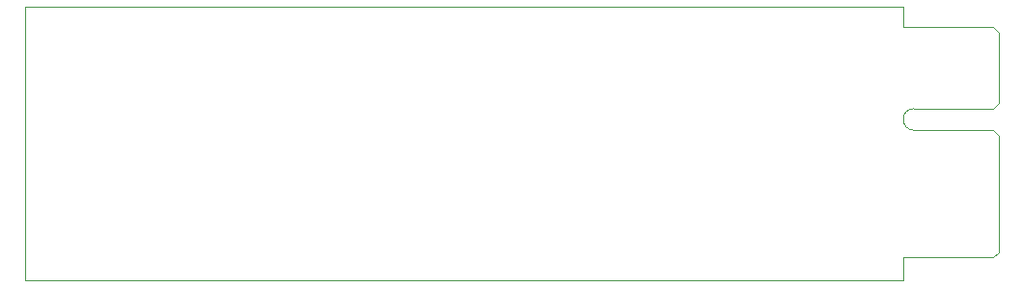
<source format=gbr>
%TF.GenerationSoftware,KiCad,Pcbnew,8.0.3*%
%TF.CreationDate,2024-06-27T21:22:13-04:00*%
%TF.ProjectId,rp2040-mgmt-module,72703230-3430-42d6-9d67-6d742d6d6f64,v0.0.0*%
%TF.SameCoordinates,Original*%
%TF.FileFunction,Profile,NP*%
%FSLAX46Y46*%
G04 Gerber Fmt 4.6, Leading zero omitted, Abs format (unit mm)*
G04 Created by KiCad (PCBNEW 8.0.3) date 2024-06-27 21:22:13*
%MOMM*%
%LPD*%
G01*
G04 APERTURE LIST*
%TA.AperFunction,Profile*%
%ADD10C,0.050000*%
%TD*%
%TA.AperFunction,Profile*%
%ADD11C,0.100000*%
%TD*%
G04 APERTURE END LIST*
D10*
X24000000Y-24000000D02*
X77000000Y-24000000D01*
X24000000Y0D02*
X77000000Y0D01*
X0Y0D02*
X0Y-24000000D01*
X77000000Y0D02*
X77000000Y-1740000D01*
X24000000Y0D02*
X0Y0D01*
X77000000Y-24000000D02*
X77000000Y-22040000D01*
X0Y-24000000D02*
X24000000Y-24000000D01*
D11*
%TO.C,J1*%
X77000000Y-1740000D02*
X84900000Y-1740000D01*
X77000000Y-22040000D02*
X84900000Y-22040000D01*
X77950000Y-8940000D02*
X84900000Y-8940000D01*
X77950000Y-10840000D02*
X84900000Y-10840000D01*
X84900000Y-1740000D02*
X85400000Y-2240000D01*
X84900000Y-8940000D02*
X85400000Y-8440000D01*
X84900000Y-10840000D02*
X85400000Y-11340000D01*
X84900000Y-22040000D02*
X85400000Y-21540000D01*
X85400000Y-8440000D02*
X85400000Y-2240000D01*
X85400000Y-21540000D02*
X85400000Y-11340000D01*
X77950000Y-10840000D02*
G75*
G02*
X77950000Y-8940000I0J950000D01*
G01*
%TD*%
M02*

</source>
